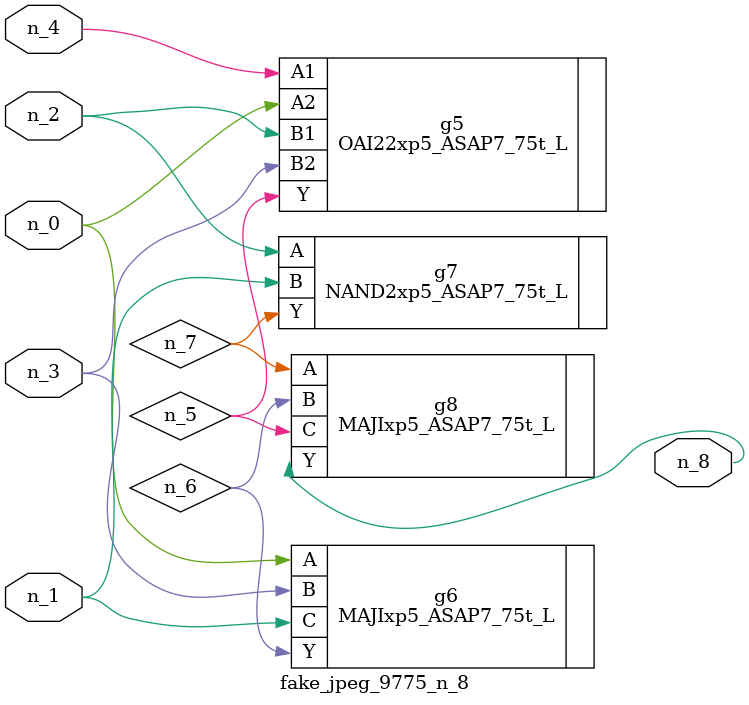
<source format=v>
module fake_jpeg_9775_n_8 (n_3, n_2, n_1, n_0, n_4, n_8);

input n_3;
input n_2;
input n_1;
input n_0;
input n_4;

output n_8;

wire n_6;
wire n_5;
wire n_7;

OAI22xp5_ASAP7_75t_L g5 ( 
.A1(n_4),
.A2(n_0),
.B1(n_2),
.B2(n_3),
.Y(n_5)
);

MAJIxp5_ASAP7_75t_L g6 ( 
.A(n_0),
.B(n_3),
.C(n_1),
.Y(n_6)
);

NAND2xp5_ASAP7_75t_L g7 ( 
.A(n_2),
.B(n_1),
.Y(n_7)
);

MAJIxp5_ASAP7_75t_L g8 ( 
.A(n_7),
.B(n_6),
.C(n_5),
.Y(n_8)
);


endmodule
</source>
